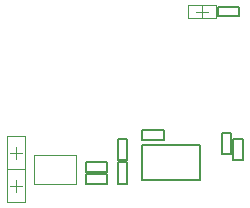
<source format=gbr>
%TF.GenerationSoftware,Altium Limited,Altium Designer,21.2.2 (38)*%
G04 Layer_Color=32768*
%FSLAX45Y45*%
%MOMM*%
%TF.SameCoordinates,DC8D9031-FEEE-4EB9-A140-7D2FD38E5C7C*%
%TF.FilePolarity,Positive*%
%TF.FileFunction,Other,Mechanical_15*%
%TF.Part,Single*%
G01*
G75*
%TA.AperFunction,NonConductor*%
%ADD25C,0.20000*%
%ADD30C,0.10000*%
%ADD31C,0.05000*%
D25*
X2720000Y1850000D02*
Y2030000D01*
X2800000D01*
Y1850000D02*
Y2030000D01*
X2720000Y1850000D02*
X2800000D01*
X2620000Y1900000D02*
Y2080000D01*
X2700000D01*
Y1900000D02*
Y2080000D01*
X2620000Y1900000D02*
X2700000D01*
X1470000Y1750000D02*
X1650000D01*
X1470000D02*
Y1830000D01*
X1650000D01*
Y1750000D02*
Y1830000D01*
X1470000Y1650000D02*
X1650000D01*
X1470000D02*
Y1730000D01*
X1650000D01*
Y1650000D02*
Y1730000D01*
X1820000Y1650000D02*
Y1830000D01*
X1740000Y1650000D02*
X1820000D01*
X1740000D02*
Y1830000D01*
X1820000D01*
X1740000Y1850000D02*
Y2030000D01*
X1820000D01*
Y1850000D02*
Y2030000D01*
X1740000Y1850000D02*
X1820000D01*
X2440000Y1680000D02*
Y1980000D01*
X1950000D02*
X2440000D01*
X1950000Y1680000D02*
Y1980000D01*
Y1680000D02*
X2440000D01*
X1950000Y2020000D02*
X2130000D01*
X1950000D02*
Y2100000D01*
X2130000D01*
Y2020000D02*
Y2100000D01*
X2590000Y3145000D02*
X2770000D01*
Y3065000D02*
Y3145000D01*
X2590000Y3065000D02*
X2770000D01*
X2590000D02*
Y3145000D01*
D30*
X800000Y2050000D02*
X960000D01*
X800000Y1770000D02*
X960000D01*
Y2050000D01*
X800000Y1770000D02*
Y2050000D01*
X880000Y1860000D02*
Y1960000D01*
X830000Y1910000D02*
X930000D01*
X800000Y1490000D02*
X960000D01*
X800000Y1770000D02*
X960000D01*
X800000Y1490000D02*
Y1770000D01*
X960000Y1490000D02*
Y1770000D01*
X880000Y1580000D02*
Y1680000D01*
X830000Y1630000D02*
X930000D01*
X2455000Y3057500D02*
Y3152500D01*
X2407500Y3105000D02*
X2502500D01*
X2335000Y3050000D02*
X2575000D01*
X2335000Y3160000D02*
X2575000D01*
Y3050000D02*
Y3160000D01*
X2335000Y3050000D02*
Y3160000D01*
D31*
X1029500Y1645000D02*
X1390500D01*
Y1895000D01*
X1029500D02*
X1390500D01*
X1029500Y1645000D02*
Y1895000D01*
%TF.MD5,700d2303b6b34e6f980d2a115ea596f4*%
M02*

</source>
